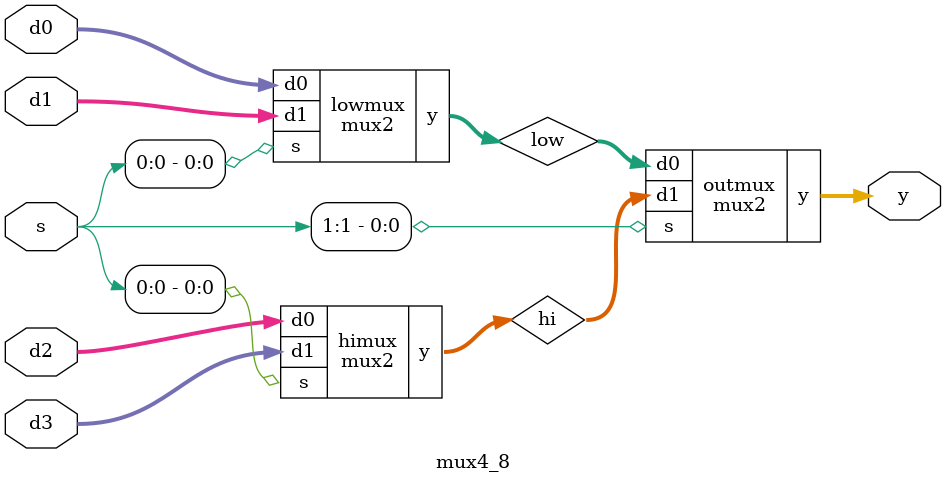
<source format=sv>
module mux2
	#(parameter width = 8)
	(input logic [width-1:0] d0, d1,
	 input logic s,
	 output logic [width-1:0] y);
	 
	assign y = s ? d1 : d0; 
	 
endmodule


module mux4_8(input logic [7:0] d0, d1, d2, d3,
				  input logic [1:0] s,
				  output logic [7:0] y);
				  
	logic [7:0] low, hi;

	mux2 lowmux(d0, d1, s[0], low);
	mux2 himux(d2, d3, s[0], hi);
	
	mux2 outmux(low, hi, s[1], y);
				  
endmodule
</source>
